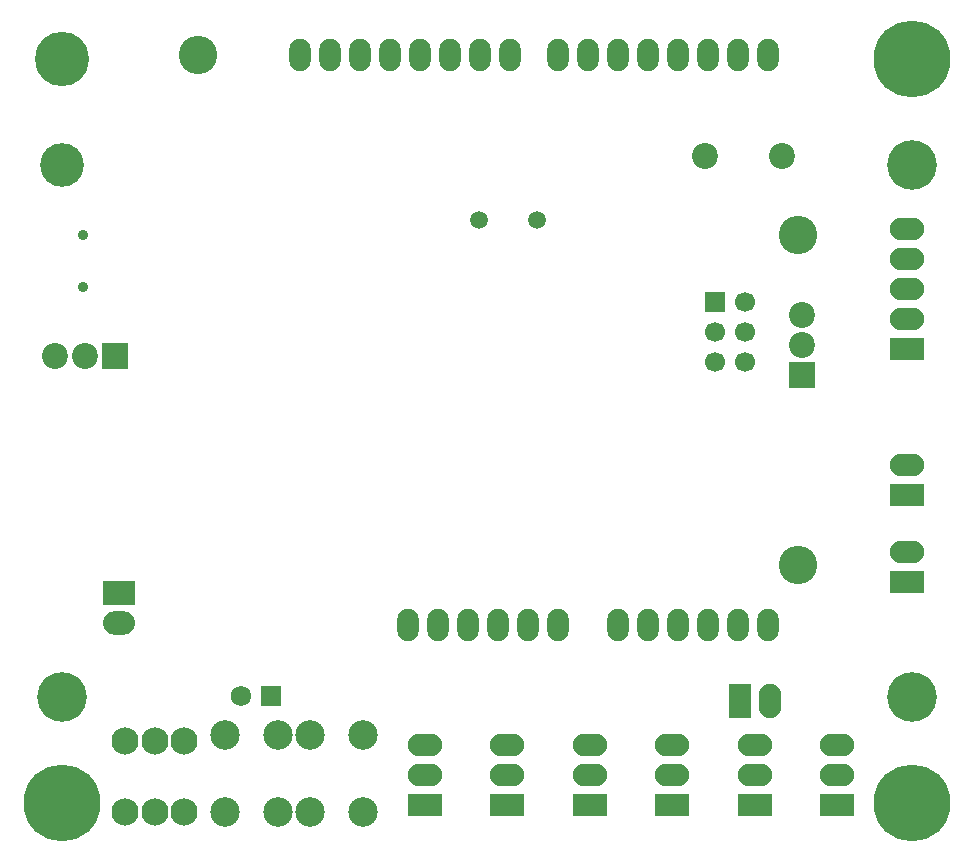
<source format=gbr>
G04 DipTrace 2.05 beta*
%INBottom Mask.gbr*%
%MOIN*%
%ADD10C,0.0098*%
%ADD11C,0.0055*%
%ADD12C,0.003*%
%ADD13C,0.0197*%
%ADD14C,0.0394*%
%ADD15C,0.02*%
%ADD16C,0.03*%
%ADD17C,0.0138*%
%ADD18C,0.0157*%
%ADD19C,0.0118*%
%ADD20C,0.0787*%
%ADD21C,0.0165*%
%ADD22C,0.015*%
%ADD23C,0.0079*%
%ADD24C,0.025*%
%ADD25R,0.056X0.06*%
%ADD26R,0.06X0.056*%
%ADD27R,0.064X0.064*%
%ADD28R,0.07X0.102*%
%ADD29R,0.0709X0.1043*%
%ADD30R,0.0276X0.0276*%
%ADD31R,0.0591X0.0512*%
%ADD32R,0.048X0.063*%
%ADD33R,0.0512X0.0591*%
%ADD34R,0.0866X0.0945*%
%ADD35R,0.0945X0.0866*%
%ADD36R,0.063X0.048*%
%ADD37O,0.0984X0.0709*%
%ADD38R,0.0984X0.0709*%
%ADD39R,0.0787X0.0787*%
%ADD40C,0.0787*%
%ADD41R,0.1063X0.0669*%
%ADD42O,0.1063X0.0669*%
%ADD43R,0.0984X0.0787*%
%ADD44R,0.122X0.0217*%
%ADD45C,0.01*%
%ADD46O,0.065X0.1*%
%ADD47R,0.0591X0.0591*%
%ADD48C,0.0591*%
%ADD49R,0.0669X0.1063*%
%ADD50O,0.0669X0.1063*%
%ADD51R,0.06X0.06*%
%ADD52C,0.06*%
%ADD53R,0.0472X0.0394*%
%ADD54R,0.0394X0.0472*%
%ADD55R,0.1772X0.1102*%
%ADD56R,0.1004X0.2953*%
%ADD57R,0.0551X0.0512*%
%ADD58R,0.1063X0.0472*%
%ADD59C,0.0827*%
%ADD60C,0.0906*%
%ADD61C,0.0373*%
%ADD62R,0.0709X0.0197*%
%ADD63R,0.0197X0.0709*%
%ADD64R,0.05X0.015*%
%ADD65R,0.065X0.0157*%
%ADD66O,0.0134X0.0143*%
%ADD67R,0.0165X0.0701*%
%ADD68R,0.08X0.026*%
%ADD69O,0.0143X0.0134*%
%ADD70R,0.0701X0.0165*%
%ADD71C,0.248*%
%ADD72C,0.1732*%
%ADD73C,0.1378*%
%ADD74C,0.1575*%
%ADD75C,0.0512*%
%ADD76C,0.04*%
%ADD77C,0.0191*%
%ADD78C,0.0354*%
%ADD79C,0.128*%
%ADD80C,0.0295*%
%ADD81C,0.0335*%
%ADD82C,0.035*%
%ADD83C,0.038*%
%ADD84C,0.126*%
%ADD85C,0.0236*%
%ADD86C,0.0479*%
%ADD87C,0.0321*%
%ADD88C,0.0433*%
%ADD89C,0.1654*%
%ADD90C,0.1496*%
%ADD91C,0.1457*%
%ADD92C,0.1299*%
%ADD93C,0.1811*%
%ADD94C,0.2559*%
%ADD95C,0.2402*%
%ADD96R,0.078X0.0244*%
%ADD97R,0.0622X0.0087*%
%ADD98R,0.0879X0.0339*%
%ADD99R,0.0721X0.0181*%
%ADD100R,0.0244X0.078*%
%ADD101R,0.0087X0.0622*%
%ADD102R,0.0728X0.0236*%
%ADD103R,0.0571X0.0079*%
%ADD104R,0.0579X0.0228*%
%ADD105R,0.0421X0.0071*%
%ADD106R,0.0276X0.0787*%
%ADD107R,0.0118X0.063*%
%ADD108R,0.0787X0.0276*%
%ADD109R,0.063X0.0118*%
%ADD110C,0.0984*%
%ADD111C,0.0748*%
%ADD112R,0.1142X0.0551*%
%ADD113R,0.0984X0.0394*%
%ADD114R,0.063X0.0591*%
%ADD115R,0.0472X0.0433*%
%ADD116R,0.1083X0.3031*%
%ADD117R,0.0925X0.2874*%
%ADD118R,0.185X0.1181*%
%ADD119R,0.1693X0.1024*%
%ADD120R,0.0472X0.0551*%
%ADD121R,0.0315X0.0394*%
%ADD122R,0.0551X0.0472*%
%ADD123R,0.0394X0.0315*%
%ADD124C,0.0679*%
%ADD125C,0.0521*%
%ADD126R,0.0679X0.0679*%
%ADD127R,0.0521X0.0521*%
%ADD128O,0.0748X0.1142*%
%ADD129O,0.0591X0.0984*%
%ADD130R,0.0748X0.1142*%
%ADD131R,0.0591X0.0984*%
%ADD132C,0.0669*%
%ADD133R,0.0669X0.0669*%
%ADD134R,0.0512X0.0512*%
%ADD135O,0.0729X0.1079*%
%ADD136O,0.0571X0.0921*%
%ADD137R,0.1299X0.0295*%
%ADD138R,0.1142X0.0138*%
%ADD139R,0.1063X0.0866*%
%ADD140R,0.0906X0.0709*%
%ADD141O,0.1142X0.0748*%
%ADD142O,0.0984X0.0591*%
%ADD143R,0.1142X0.0748*%
%ADD144R,0.0984X0.0591*%
%ADD145C,0.0866*%
%ADD146C,0.0709*%
%ADD147R,0.0866X0.0866*%
%ADD148R,0.0709X0.0709*%
%ADD149R,0.1063X0.0787*%
%ADD150R,0.0906X0.063*%
%ADD151O,0.1063X0.0787*%
%ADD152O,0.0906X0.063*%
%ADD153R,0.0709X0.0559*%
%ADD154R,0.0551X0.0401*%
%ADD155R,0.1024X0.0945*%
%ADD156R,0.0866X0.0787*%
%ADD157R,0.0945X0.1024*%
%ADD158R,0.0787X0.0866*%
%ADD159R,0.0591X0.0669*%
%ADD160R,0.0433X0.0512*%
%ADD161R,0.0559X0.0709*%
%ADD162R,0.0401X0.0551*%
%ADD163R,0.0669X0.0591*%
%ADD164R,0.0512X0.0433*%
%ADD165R,0.0354X0.0354*%
%ADD166R,0.0197X0.0197*%
%ADD167R,0.0787X0.1122*%
%ADD168R,0.063X0.0965*%
%ADD169R,0.0779X0.1099*%
%ADD170R,0.0621X0.0941*%
%ADD171R,0.0719X0.0719*%
%ADD172R,0.0561X0.0561*%
%ADD173R,0.0679X0.0639*%
%ADD174R,0.0521X0.0481*%
%ADD175R,0.0639X0.0679*%
%ADD176R,0.0481X0.0521*%
%ADD177C,0.0866*%
%ADD178C,0.0709*%
%ADD179C,0.0062*%
%ADD180C,0.0093*%
%ADD181C,0.0077*%
%ADD182C,0.0046*%
%ADD183C,0.0232*%
%ADD184C,0.0185*%
%ADD185C,0.017*%
%ADD186C,0.0124*%
%FSLAX44Y44*%
%SFA1B1*%
%OFA0B0*%
G04*
G70*
G90*
G75*
G01*
%LNBotMask*%
%LPD*%
G54D177*
X25786Y-5000D3*
X23227D3*
G54D151*
X3688Y-20565D3*
G54D149*
Y-19580D3*
G54D147*
X3563Y-11686D3*
G54D145*
X2563D3*
X1563D3*
G54D143*
X29941Y-19189D3*
G54D141*
Y-18189D3*
G54D143*
Y-16314D3*
G54D141*
Y-15314D3*
G54D78*
X2487Y-9365D3*
Y-7633D3*
G54D135*
X25315Y-1625D3*
X24315D3*
X23315D3*
X22315D3*
X21315D3*
X20315D3*
X19315D3*
X18315D3*
X23315Y-20625D3*
X22315D3*
X21315D3*
X20315D3*
X18315D3*
X17315D3*
X16315D3*
X15315D3*
X14315D3*
X13315D3*
X16715Y-1625D3*
X15715D3*
X14715D3*
X13715D3*
X12715D3*
X11715D3*
X10715D3*
X9715D3*
X25315Y-20625D3*
X24315D3*
G54D79*
X6315Y-1625D3*
X26315Y-7625D3*
Y-18625D3*
G54D143*
X29941Y-11439D3*
G54D141*
Y-10439D3*
Y-9439D3*
Y-8439D3*
Y-7439D3*
G54D143*
X13876Y-26628D3*
G54D141*
Y-25628D3*
Y-24628D3*
G54D143*
X16626Y-26628D3*
G54D141*
Y-25628D3*
Y-24628D3*
G54D143*
X19376Y-26628D3*
G54D141*
Y-25628D3*
Y-24628D3*
G54D143*
X22126Y-26628D3*
G54D141*
Y-25628D3*
Y-24628D3*
G54D143*
X24876Y-26628D3*
G54D141*
Y-25628D3*
Y-24628D3*
G54D143*
X27626Y-26628D3*
G54D141*
Y-25628D3*
Y-24628D3*
G54D147*
X26442Y-12314D3*
G54D145*
Y-11314D3*
Y-10314D3*
G54D133*
X23565Y-9876D3*
G54D132*
X24565D3*
X23565Y-10876D3*
X24565D3*
X23565Y-11876D3*
X24565D3*
G54D130*
X24375Y-23187D3*
G54D128*
X25375D3*
G54D126*
X8751Y-23002D3*
G54D124*
X7751D3*
G54D60*
X4876Y-24503D3*
X3891Y-26865D3*
X4876D3*
X5860D3*
X3891Y-24503D3*
X5860D3*
G54D110*
X11814Y-24315D3*
Y-26874D3*
X10042Y-24315D3*
Y-26874D3*
X9001Y-24315D3*
Y-26874D3*
X7229Y-24315D3*
Y-26874D3*
G54D94*
X1772Y-26575D3*
G54D93*
Y-1772D3*
G54D91*
Y-5315D3*
G54D89*
Y-23031D3*
G54D94*
X30118Y-1772D3*
Y-26575D3*
G54D89*
Y-5315D3*
Y-23031D3*
G54D48*
X15687Y-7126D3*
X17609D3*
M02*

</source>
